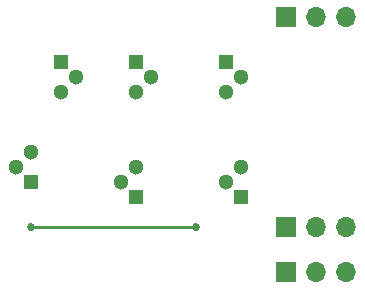
<source format=gbl>
G04 #@! TF.GenerationSoftware,KiCad,Pcbnew,5.0.2+dfsg1-1~bpo9+1*
G04 #@! TF.CreationDate,2020-09-02T01:24:02-04:00*
G04 #@! TF.ProjectId,pcb,7063622e-6b69-4636-9164-5f7063625858,rev?*
G04 #@! TF.SameCoordinates,Original*
G04 #@! TF.FileFunction,Copper,L2,Bot*
G04 #@! TF.FilePolarity,Positive*
%FSLAX46Y46*%
G04 Gerber Fmt 4.6, Leading zero omitted, Abs format (unit mm)*
G04 Created by KiCad (PCBNEW 5.0.2+dfsg1-1~bpo9+1) date Wed 02 Sep 2020 01:24:02 AM EDT*
%MOMM*%
%LPD*%
G01*
G04 APERTURE LIST*
G04 #@! TA.AperFunction,ComponentPad*
%ADD10O,1.700000X1.700000*%
G04 #@! TD*
G04 #@! TA.AperFunction,ComponentPad*
%ADD11R,1.700000X1.700000*%
G04 #@! TD*
G04 #@! TA.AperFunction,ComponentPad*
%ADD12R,1.300000X1.300000*%
G04 #@! TD*
G04 #@! TA.AperFunction,ComponentPad*
%ADD13C,1.300000*%
G04 #@! TD*
G04 #@! TA.AperFunction,ViaPad*
%ADD14C,0.685800*%
G04 #@! TD*
G04 #@! TA.AperFunction,Conductor*
%ADD15C,0.254000*%
G04 #@! TD*
G04 APERTURE END LIST*
D10*
G04 #@! TO.P,J1,3*
G04 #@! TO.N,Net-(C1-Pad2)*
X146050000Y-88900000D03*
G04 #@! TO.P,J1,2*
X143510000Y-88900000D03*
D11*
G04 #@! TO.P,J1,1*
X140970000Y-88900000D03*
G04 #@! TD*
G04 #@! TO.P,J2,1*
G04 #@! TO.N,Net-(J2-Pad1)*
X140970000Y-67310000D03*
D10*
G04 #@! TO.P,J2,2*
X143510000Y-67310000D03*
G04 #@! TO.P,J2,3*
X146050000Y-67310000D03*
G04 #@! TD*
D11*
G04 #@! TO.P,J3,1*
G04 #@! TO.N,Net-(J3-Pad1)*
X140970000Y-85090000D03*
D10*
G04 #@! TO.P,J3,2*
X143510000Y-85090000D03*
G04 #@! TO.P,J3,3*
X146050000Y-85090000D03*
G04 #@! TD*
D12*
G04 #@! TO.P,Q1,1*
G04 #@! TO.N,Net-(J3-Pad1)*
X119380000Y-81280000D03*
D13*
G04 #@! TO.P,Q1,3*
G04 #@! TO.N,Net-(Q1-Pad3)*
X119380000Y-78740000D03*
G04 #@! TO.P,Q1,2*
G04 #@! TO.N,Net-(C1-Pad1)*
X118110000Y-80010000D03*
G04 #@! TD*
D12*
G04 #@! TO.P,Q2,1*
G04 #@! TO.N,Net-(J2-Pad1)*
X121920000Y-71120000D03*
D13*
G04 #@! TO.P,Q2,3*
G04 #@! TO.N,Net-(C1-Pad1)*
X121920000Y-73660000D03*
G04 #@! TO.P,Q2,2*
G04 #@! TO.N,Net-(Q1-Pad3)*
X123190000Y-72390000D03*
G04 #@! TD*
G04 #@! TO.P,Q3,2*
G04 #@! TO.N,Net-(Q3-Pad2)*
X127000000Y-81280000D03*
G04 #@! TO.P,Q3,3*
G04 #@! TO.N,Net-(C1-Pad1)*
X128270000Y-80010000D03*
D12*
G04 #@! TO.P,Q3,1*
G04 #@! TO.N,Net-(C1-Pad2)*
X128270000Y-82550000D03*
G04 #@! TD*
D13*
G04 #@! TO.P,Q4,2*
G04 #@! TO.N,Net-(Q1-Pad3)*
X129540000Y-72390000D03*
G04 #@! TO.P,Q4,3*
G04 #@! TO.N,Net-(Q3-Pad2)*
X128270000Y-73660000D03*
D12*
G04 #@! TO.P,Q4,1*
G04 #@! TO.N,Net-(J2-Pad1)*
X128270000Y-71120000D03*
G04 #@! TD*
G04 #@! TO.P,Q5,1*
G04 #@! TO.N,Net-(J3-Pad1)*
X137160000Y-82550000D03*
D13*
G04 #@! TO.P,Q5,3*
G04 #@! TO.N,Net-(Q3-Pad2)*
X137160000Y-80010000D03*
G04 #@! TO.P,Q5,2*
X135890000Y-81280000D03*
G04 #@! TD*
G04 #@! TO.P,Q6,2*
G04 #@! TO.N,Net-(Q1-Pad3)*
X137160000Y-72390000D03*
G04 #@! TO.P,Q6,3*
G04 #@! TO.N,Net-(J3-Pad1)*
X135890000Y-73660000D03*
D12*
G04 #@! TO.P,Q6,1*
G04 #@! TO.N,Net-(J2-Pad1)*
X135890000Y-71120000D03*
G04 #@! TD*
D14*
G04 #@! TO.N,Net-(J3-Pad1)*
X133350000Y-85090000D03*
X119380000Y-85090000D03*
G04 #@! TD*
D15*
G04 #@! TO.N,Net-(J3-Pad1)*
X119380000Y-85090000D02*
X133350000Y-85090000D01*
G04 #@! TD*
M02*

</source>
